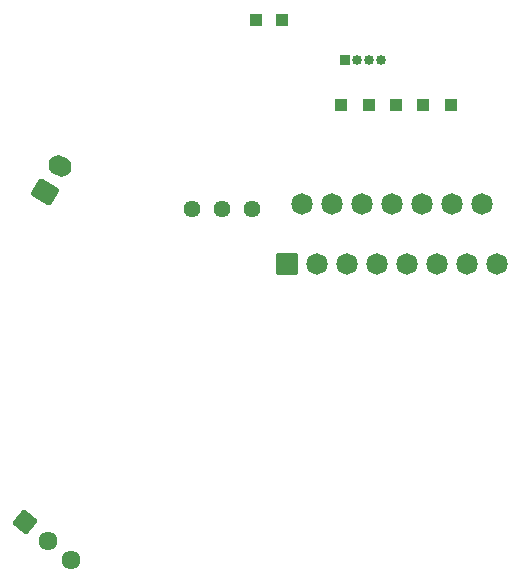
<source format=gbs>
%TF.GenerationSoftware,KiCad,Pcbnew,7.0.5-0*%
%TF.CreationDate,2024-11-24T15:49:56-05:00*%
%TF.ProjectId,PCB-diffDC,5043422d-6469-4666-9644-432e6b696361,rev?*%
%TF.SameCoordinates,Original*%
%TF.FileFunction,Soldermask,Bot*%
%TF.FilePolarity,Negative*%
%FSLAX46Y46*%
G04 Gerber Fmt 4.6, Leading zero omitted, Abs format (unit mm)*
G04 Created by KiCad (PCBNEW 7.0.5-0) date 2024-11-24 15:49:56*
%MOMM*%
%LPD*%
G01*
G04 APERTURE LIST*
G04 Aperture macros list*
%AMRoundRect*
0 Rectangle with rounded corners*
0 $1 Rounding radius*
0 $2 $3 $4 $5 $6 $7 $8 $9 X,Y pos of 4 corners*
0 Add a 4 corners polygon primitive as box body*
4,1,4,$2,$3,$4,$5,$6,$7,$8,$9,$2,$3,0*
0 Add four circle primitives for the rounded corners*
1,1,$1+$1,$2,$3*
1,1,$1+$1,$4,$5*
1,1,$1+$1,$6,$7*
1,1,$1+$1,$8,$9*
0 Add four rect primitives between the rounded corners*
20,1,$1+$1,$2,$3,$4,$5,0*
20,1,$1+$1,$4,$5,$6,$7,0*
20,1,$1+$1,$6,$7,$8,$9,0*
20,1,$1+$1,$8,$9,$2,$3,0*%
%AMHorizOval*
0 Thick line with rounded ends*
0 $1 width*
0 $2 $3 position (X,Y) of the first rounded end (center of the circle)*
0 $4 $5 position (X,Y) of the second rounded end (center of the circle)*
0 Add line between two ends*
20,1,$1,$2,$3,$4,$5,0*
0 Add two circle primitives to create the rounded ends*
1,1,$1,$2,$3*
1,1,$1,$4,$5*%
G04 Aperture macros list end*
%ADD10C,1.440000*%
%ADD11R,1.000000X1.000000*%
%ADD12R,0.850000X0.850000*%
%ADD13O,0.850000X0.850000*%
%ADD14RoundRect,0.102000X0.810000X-0.810000X0.810000X0.810000X-0.810000X0.810000X-0.810000X-0.810000X0*%
%ADD15C,1.824000*%
%ADD16RoundRect,0.250000X0.333853X-0.900579X0.951898X0.128022X-0.333853X0.900579X-0.951898X-0.128022X0*%
%ADD17HorizOval,1.700000X-0.128575X0.077256X0.128575X-0.077256X0*%
%ADD18RoundRect,0.102000X-0.991818X-0.086773X0.086773X-0.991818X0.991818X0.086773X-0.086773X0.991818X0*%
%ADD19C,1.612000*%
G04 APERTURE END LIST*
D10*
%TO.C,R4*%
X113480000Y-53100000D03*
X110940000Y-53100000D03*
X108400000Y-53100000D03*
%TD*%
D11*
%TO.C,J10*%
X116030000Y-37070000D03*
%TD*%
%TO.C,J6*%
X125638750Y-44300000D03*
%TD*%
%TO.C,J3*%
X123378750Y-44270000D03*
%TD*%
D12*
%TO.C,J2*%
X121367250Y-40433500D03*
D13*
X122367250Y-40433500D03*
X123367250Y-40433500D03*
X124367250Y-40433500D03*
%TD*%
D14*
%TO.C,U1*%
X116418750Y-57770000D03*
D15*
X117688750Y-52690000D03*
X118958750Y-57770000D03*
X120228750Y-52690000D03*
X121498750Y-57770000D03*
X122768750Y-52690000D03*
X124038750Y-57770000D03*
X125308750Y-52690000D03*
X126578750Y-57770000D03*
X127848750Y-52690000D03*
X129118750Y-57770000D03*
X130388750Y-52690000D03*
X131658750Y-57770000D03*
X132928750Y-52690000D03*
X134198750Y-57770000D03*
%TD*%
D16*
%TO.C,J4*%
X95964838Y-51610558D03*
D17*
X97252433Y-49467640D03*
%TD*%
D11*
%TO.C,J11*%
X113840000Y-37060000D03*
%TD*%
%TO.C,J8*%
X130368750Y-44300000D03*
%TD*%
D18*
%TO.C,SW1*%
X94287139Y-79541531D03*
D19*
X96202250Y-81148500D03*
X98117361Y-82755469D03*
%TD*%
D11*
%TO.C,J7*%
X127928750Y-44300000D03*
%TD*%
%TO.C,J5*%
X120998750Y-44240000D03*
%TD*%
M02*

</source>
